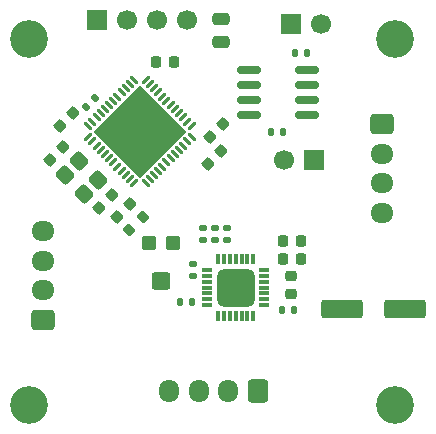
<source format=gts>
%TF.GenerationSoftware,KiCad,Pcbnew,9.0.2-9.0.2-0~ubuntu22.04.1*%
%TF.CreationDate,2025-05-11T10:39:50+03:00*%
%TF.ProjectId,steper-motor-unit,73746570-6572-42d6-9d6f-746f722d756e,rev?*%
%TF.SameCoordinates,Original*%
%TF.FileFunction,Soldermask,Top*%
%TF.FilePolarity,Negative*%
%FSLAX46Y46*%
G04 Gerber Fmt 4.6, Leading zero omitted, Abs format (unit mm)*
G04 Created by KiCad (PCBNEW 9.0.2-9.0.2-0~ubuntu22.04.1) date 2025-05-11 10:39:50*
%MOMM*%
%LPD*%
G01*
G04 APERTURE LIST*
G04 Aperture macros list*
%AMRoundRect*
0 Rectangle with rounded corners*
0 $1 Rounding radius*
0 $2 $3 $4 $5 $6 $7 $8 $9 X,Y pos of 4 corners*
0 Add a 4 corners polygon primitive as box body*
4,1,4,$2,$3,$4,$5,$6,$7,$8,$9,$2,$3,0*
0 Add four circle primitives for the rounded corners*
1,1,$1+$1,$2,$3*
1,1,$1+$1,$4,$5*
1,1,$1+$1,$6,$7*
1,1,$1+$1,$8,$9*
0 Add four rect primitives between the rounded corners*
20,1,$1+$1,$2,$3,$4,$5,0*
20,1,$1+$1,$4,$5,$6,$7,0*
20,1,$1+$1,$6,$7,$8,$9,0*
20,1,$1+$1,$8,$9,$2,$3,0*%
%AMRotRect*
0 Rectangle, with rotation*
0 The origin of the aperture is its center*
0 $1 length*
0 $2 width*
0 $3 Rotation angle, in degrees counterclockwise*
0 Add horizontal line*
21,1,$1,$2,0,0,$3*%
G04 Aperture macros list end*
%ADD10RoundRect,0.250000X-0.475000X0.250000X-0.475000X-0.250000X0.475000X-0.250000X0.475000X0.250000X0*%
%ADD11RoundRect,0.135000X-0.185000X0.135000X-0.185000X-0.135000X0.185000X-0.135000X0.185000X0.135000X0*%
%ADD12RoundRect,0.225000X0.017678X-0.335876X0.335876X-0.017678X-0.017678X0.335876X-0.335876X0.017678X0*%
%ADD13RoundRect,0.250000X-0.350000X0.350000X-0.350000X-0.350000X0.350000X-0.350000X0.350000X0.350000X0*%
%ADD14RoundRect,0.250000X-0.550000X0.500000X-0.550000X-0.500000X0.550000X-0.500000X0.550000X0.500000X0*%
%ADD15RoundRect,0.250000X0.725000X-0.600000X0.725000X0.600000X-0.725000X0.600000X-0.725000X-0.600000X0*%
%ADD16O,1.950000X1.700000*%
%ADD17C,3.200000*%
%ADD18RoundRect,0.225000X-0.017678X0.335876X-0.335876X0.017678X0.017678X-0.335876X0.335876X-0.017678X0*%
%ADD19RoundRect,0.225000X-0.225000X-0.250000X0.225000X-0.250000X0.225000X0.250000X-0.225000X0.250000X0*%
%ADD20RoundRect,0.135000X0.185000X-0.135000X0.185000X0.135000X-0.185000X0.135000X-0.185000X-0.135000X0*%
%ADD21RoundRect,0.135000X-0.135000X-0.185000X0.135000X-0.185000X0.135000X0.185000X-0.135000X0.185000X0*%
%ADD22RoundRect,0.250000X-1.500000X-0.550000X1.500000X-0.550000X1.500000X0.550000X-1.500000X0.550000X0*%
%ADD23RoundRect,0.135000X0.035355X-0.226274X0.226274X-0.035355X-0.035355X0.226274X-0.226274X0.035355X0*%
%ADD24RoundRect,0.250000X-0.725000X0.600000X-0.725000X-0.600000X0.725000X-0.600000X0.725000X0.600000X0*%
%ADD25R,1.700000X1.700000*%
%ADD26C,1.700000*%
%ADD27RoundRect,0.250000X-0.565685X0.070711X0.070711X-0.565685X0.565685X-0.070711X-0.070711X0.565685X0*%
%ADD28RoundRect,0.135000X0.135000X0.185000X-0.135000X0.185000X-0.135000X-0.185000X0.135000X-0.185000X0*%
%ADD29RoundRect,0.250000X0.600000X0.725000X-0.600000X0.725000X-0.600000X-0.725000X0.600000X-0.725000X0*%
%ADD30O,1.700000X1.950000*%
%ADD31RoundRect,0.062500X-0.220971X-0.309359X0.309359X0.220971X0.220971X0.309359X-0.309359X-0.220971X0*%
%ADD32RoundRect,0.062500X0.220971X-0.309359X0.309359X-0.220971X-0.220971X0.309359X-0.309359X0.220971X0*%
%ADD33RotRect,5.600000X5.600000X45.000000*%
%ADD34RoundRect,0.200000X0.053033X-0.335876X0.335876X-0.053033X-0.053033X0.335876X-0.335876X0.053033X0*%
%ADD35RoundRect,0.225000X0.250000X-0.225000X0.250000X0.225000X-0.250000X0.225000X-0.250000X-0.225000X0*%
%ADD36RoundRect,0.045000X0.405000X-0.105000X0.405000X0.105000X-0.405000X0.105000X-0.405000X-0.105000X0*%
%ADD37RoundRect,0.045000X-0.405000X0.105000X-0.405000X-0.105000X0.405000X-0.105000X0.405000X0.105000X0*%
%ADD38RoundRect,0.045000X-0.105000X-0.405000X0.105000X-0.405000X0.105000X0.405000X-0.105000X0.405000X0*%
%ADD39RoundRect,0.045000X0.105000X0.405000X-0.105000X0.405000X-0.105000X-0.405000X0.105000X-0.405000X0*%
%ADD40RoundRect,0.472500X1.102500X1.102500X-1.102500X1.102500X-1.102500X-1.102500X1.102500X-1.102500X0*%
%ADD41RoundRect,0.150000X-0.825000X-0.150000X0.825000X-0.150000X0.825000X0.150000X-0.825000X0.150000X0*%
G04 APERTURE END LIST*
D10*
%TO.C,C8*%
X20740000Y37120000D03*
X20740000Y35220000D03*
%TD*%
D11*
%TO.C,R14*%
X19210000Y19440000D03*
X19210000Y18420000D03*
%TD*%
D12*
%TO.C,C5*%
X19821992Y27161992D03*
X20918008Y28258008D03*
%TD*%
D13*
%TO.C,PT1*%
X16670000Y18190000D03*
D14*
X15670000Y14940000D03*
D13*
X14670000Y18190000D03*
%TD*%
D15*
%TO.C,J2*%
X5660000Y11700000D03*
D16*
X5660000Y14200000D03*
X5660000Y16700000D03*
X5660000Y19200000D03*
%TD*%
D12*
%TO.C,C4*%
X19621992Y24871992D03*
X20718008Y25968008D03*
%TD*%
D11*
%TO.C,R10*%
X20240000Y19430000D03*
X20240000Y18410000D03*
%TD*%
D12*
%TO.C,C11*%
X10388229Y21137164D03*
X11484245Y22233180D03*
%TD*%
D17*
%TO.C,H1*%
X4500000Y4500000D03*
%TD*%
D18*
%TO.C,C9*%
X12998008Y21468008D03*
X11901992Y20371992D03*
%TD*%
D19*
%TO.C,C16*%
X25975000Y18360000D03*
X27525000Y18360000D03*
%TD*%
D20*
%TO.C,R9*%
X18330000Y15410000D03*
X18330000Y16430000D03*
%TD*%
D21*
%TO.C,R16*%
X17280000Y13200000D03*
X18300000Y13200000D03*
%TD*%
D22*
%TO.C,C14*%
X30950000Y12620000D03*
X36350000Y12620000D03*
%TD*%
D23*
%TO.C,R11*%
X9329426Y29709426D03*
X10050674Y30430674D03*
%TD*%
D24*
%TO.C,J3*%
X34360000Y28270000D03*
D16*
X34360000Y25770000D03*
X34360000Y23270000D03*
X34360000Y20770000D03*
%TD*%
D25*
%TO.C,J4*%
X28590000Y25215000D03*
D26*
X26050000Y25215000D03*
%TD*%
D27*
%TO.C,X1*%
X7537379Y23911949D03*
X9093014Y22356314D03*
X10295095Y23558395D03*
X8739460Y25114030D03*
%TD*%
D17*
%TO.C,H2*%
X35500000Y4500000D03*
%TD*%
%TO.C,H3*%
X4500000Y35500000D03*
%TD*%
D28*
%TO.C,R5*%
X28020000Y34290000D03*
X27000000Y34290000D03*
%TD*%
D19*
%TO.C,C13*%
X25965000Y16870000D03*
X27515000Y16870000D03*
%TD*%
D25*
%TO.C,J6*%
X26675000Y36700000D03*
D26*
X29215000Y36700000D03*
%TD*%
D29*
%TO.C,J5*%
X23830000Y5632500D03*
D30*
X21330000Y5632500D03*
X18830000Y5632500D03*
X16330000Y5632500D03*
%TD*%
D12*
%TO.C,C10*%
X6278229Y25227164D03*
X7374245Y26323180D03*
%TD*%
D11*
%TO.C,R15*%
X21260000Y19440000D03*
X21260000Y18420000D03*
%TD*%
D19*
%TO.C,C6*%
X15195000Y33490000D03*
X16745000Y33490000D03*
%TD*%
D31*
%TO.C,U2*%
X9484878Y27143813D03*
X9838431Y26790260D03*
X10191985Y26436706D03*
X10545538Y26083153D03*
X10899091Y25729600D03*
X11252645Y25376046D03*
X11606198Y25022493D03*
X11959752Y24668939D03*
X12313305Y24315386D03*
X12666858Y23961833D03*
X13020412Y23608279D03*
X13373965Y23254726D03*
D32*
X14346237Y23254726D03*
X14699790Y23608279D03*
X15053344Y23961833D03*
X15406897Y24315386D03*
X15760450Y24668939D03*
X16114004Y25022493D03*
X16467557Y25376046D03*
X16821111Y25729600D03*
X17174664Y26083153D03*
X17528217Y26436706D03*
X17881771Y26790260D03*
X18235324Y27143813D03*
D31*
X18235324Y28116085D03*
X17881771Y28469638D03*
X17528217Y28823192D03*
X17174664Y29176745D03*
X16821111Y29530298D03*
X16467557Y29883852D03*
X16114004Y30237405D03*
X15760450Y30590959D03*
X15406897Y30944512D03*
X15053344Y31298065D03*
X14699790Y31651619D03*
X14346237Y32005172D03*
D32*
X13373965Y32005172D03*
X13020412Y31651619D03*
X12666858Y31298065D03*
X12313305Y30944512D03*
X11959752Y30590959D03*
X11606198Y30237405D03*
X11252645Y29883852D03*
X10899091Y29530298D03*
X10545538Y29176745D03*
X10191985Y28823192D03*
X9838431Y28469638D03*
X9484878Y28116085D03*
D33*
X13860101Y27629949D03*
%TD*%
D18*
%TO.C,C7*%
X8158058Y29238058D03*
X7062042Y28142042D03*
%TD*%
D34*
%TO.C,R4*%
X12956637Y19256637D03*
X14123363Y20423363D03*
%TD*%
D25*
%TO.C,J1*%
X10190000Y37100000D03*
D26*
X12730000Y37100000D03*
X15270000Y37100000D03*
X17810000Y37100000D03*
%TD*%
D35*
%TO.C,C15*%
X26640000Y13835000D03*
X26640000Y15385000D03*
%TD*%
D28*
%TO.C,R6*%
X26020000Y27565000D03*
X25000000Y27565000D03*
%TD*%
D17*
%TO.C,H4*%
X35500000Y35500000D03*
%TD*%
D21*
%TO.C,R18*%
X25900000Y12550000D03*
X26920000Y12550000D03*
%TD*%
D36*
%TO.C,U5*%
X24370000Y12920000D03*
X24370000Y13420000D03*
X24370000Y13920000D03*
D37*
X24370000Y14420000D03*
X24370000Y14920000D03*
D36*
X24370000Y15420000D03*
D37*
X24370000Y15920000D03*
D38*
X23470000Y16820000D03*
X22970000Y16820000D03*
X22470000Y16820000D03*
X21970000Y16820000D03*
X21470000Y16820000D03*
X20970000Y16820000D03*
X20470000Y16820000D03*
D37*
X19570000Y15920000D03*
D36*
X19570000Y15420000D03*
X19570000Y14920000D03*
X19570000Y14420000D03*
X19570000Y13920000D03*
D37*
X19570000Y13420000D03*
D36*
X19570000Y12920000D03*
D39*
X20470000Y12020000D03*
X20970000Y12020000D03*
X21470000Y12020000D03*
X21970000Y12020000D03*
X22470000Y12020000D03*
X22970000Y12020000D03*
X23470000Y12020000D03*
D40*
X21970000Y14420000D03*
%TD*%
D41*
%TO.C,U3*%
X23085000Y32830000D03*
X23085000Y31560000D03*
X23085000Y30290000D03*
X23085000Y29020000D03*
X28035000Y29020000D03*
X28035000Y30290000D03*
X28035000Y31560000D03*
X28035000Y32830000D03*
%TD*%
M02*

</source>
